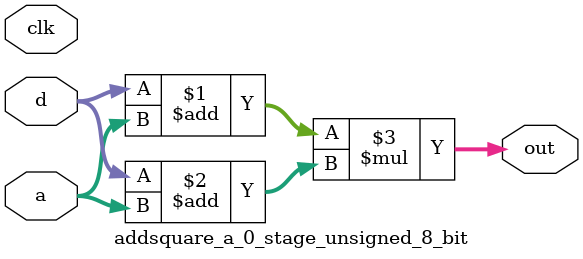
<source format=sv>
(* use_dsp = "yes" *) module addsquare_a_0_stage_unsigned_8_bit(
	input  [7:0] a,
	input  [7:0] d,
	output [7:0] out,
	input clk);

	assign out = (d + a) * (d + a);
endmodule

</source>
